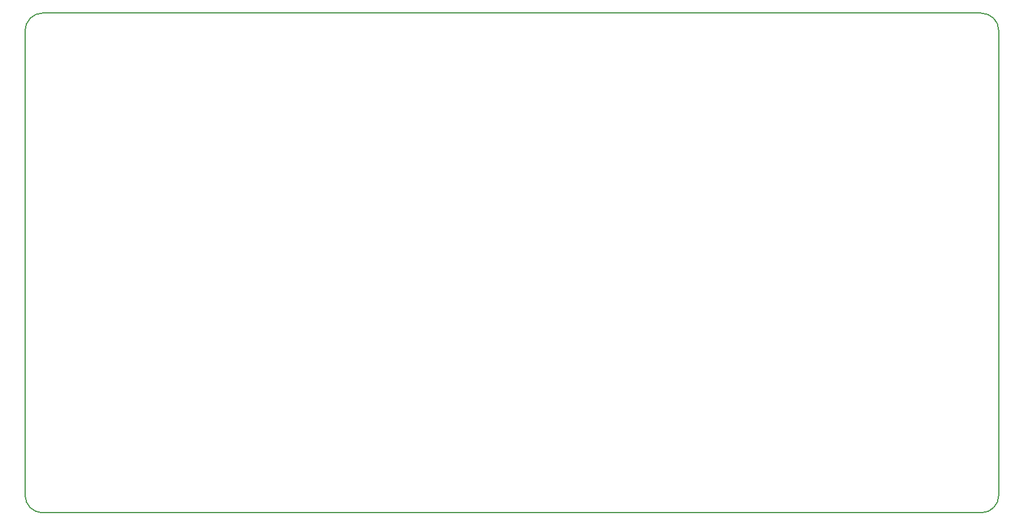
<source format=gm1>
G04 #@! TF.GenerationSoftware,KiCad,Pcbnew,(5.0.0-rc2-200-g1f6f76beb)*
G04 #@! TF.CreationDate,2018-07-19T02:54:02+02:00*
G04 #@! TF.ProjectId,8-bit-bitwise-logic,382D6269742D626974776973652D6C6F,rev?*
G04 #@! TF.SameCoordinates,Original*
G04 #@! TF.FileFunction,Profile,NP*
%FSLAX46Y46*%
G04 Gerber Fmt 4.6, Leading zero omitted, Abs format (unit mm)*
G04 Created by KiCad (PCBNEW (5.0.0-rc2-200-g1f6f76beb)) date Thu Jul 19 02:54:02 2018*
%MOMM*%
%LPD*%
G01*
G04 APERTURE LIST*
%ADD10C,0.150000*%
%ADD11C,0.200000*%
G04 APERTURE END LIST*
D10*
X78740000Y-44450000D02*
X78740000Y-111760000D01*
X217170000Y-41910000D02*
X81280000Y-41910000D01*
X219710000Y-111760000D02*
X219710000Y-44450000D01*
X81280000Y-114300000D02*
X217170000Y-114300000D01*
D11*
X81280000Y-114300000D02*
G75*
G02X78740000Y-111760000I0J2540000D01*
G01*
X78740000Y-44450000D02*
G75*
G02X81280000Y-41910000I2540000J0D01*
G01*
X217170000Y-41910000D02*
G75*
G02X219710000Y-44450000I0J-2540000D01*
G01*
X219710000Y-111760000D02*
G75*
G02X217170000Y-114300000I-2540000J0D01*
G01*
M02*

</source>
